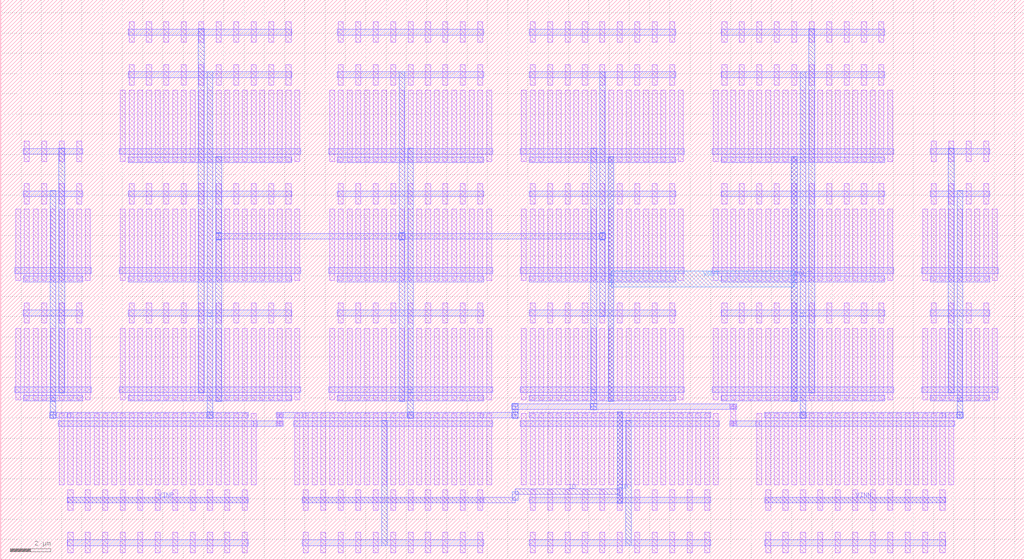
<source format=lef>
MACRO CURRENT_MIRROR_OTA
  ORIGIN 0 0 ;
  FOREIGN CURRENT_MIRROR_OTA 0 0 ;
  SIZE 50.47 BY 27.64 ;
  PIN ID
    DIRECTION INOUT ;
    USE SIGNAL ;
    PORT 
      LAYER M2 ;
        RECT 14.88 2.8 23.82 3.08 ;
      LAYER M3 ;
        RECT 30.39 2.78 30.67 7.3 ;
      LAYER M2 ;
        RECT 23.65 2.8 25.37 3.08 ;
      LAYER M3 ;
        RECT 25.23 2.94 25.51 3.36 ;
      LAYER M2 ;
        RECT 25.37 3.22 30.53 3.5 ;
      LAYER M3 ;
        RECT 30.39 3.175 30.67 3.545 ;
    END
  END ID
  PIN VOUT
    DIRECTION INOUT ;
    USE SIGNAL ;
    PORT 
      LAYER M3 ;
        RECT 29.96 7.82 30.24 19.9 ;
      LAYER M3 ;
        RECT 38.99 7.82 39.27 19.9 ;
      LAYER M3 ;
        RECT 29.96 13.675 30.24 14.045 ;
      LAYER M4 ;
        RECT 30.1 13.46 39.13 14.26 ;
      LAYER M3 ;
        RECT 38.99 13.675 39.27 14.045 ;
    END
  END VOUT
  PIN VINN
    DIRECTION INOUT ;
    USE SIGNAL ;
    PORT 
      LAYER M2 ;
        RECT 37.67 2.8 46.61 3.08 ;
    END
  END VINN
  PIN VINP
    DIRECTION INOUT ;
    USE SIGNAL ;
    PORT 
      LAYER M2 ;
        RECT 3.27 2.8 12.21 3.08 ;
    END
  END VINP
  OBS 
  LAYER M2 ;
        RECT 37.67 7 46.61 7.28 ;
  LAYER M3 ;
        RECT 47.16 7.82 47.44 18.22 ;
  LAYER M3 ;
        RECT 39.42 12.02 39.7 24.1 ;
  LAYER M2 ;
        RECT 46.44 7 47.3 7.28 ;
  LAYER M3 ;
        RECT 47.16 7.14 47.44 7.98 ;
  LAYER M2 ;
        RECT 39.4 7 39.72 7.28 ;
  LAYER M3 ;
        RECT 39.42 7.14 39.7 12.18 ;
  LAYER M2 ;
        RECT 47.14 7 47.46 7.28 ;
  LAYER M3 ;
        RECT 47.16 6.98 47.44 7.3 ;
  LAYER M2 ;
        RECT 47.14 7 47.46 7.28 ;
  LAYER M3 ;
        RECT 47.16 6.98 47.44 7.3 ;
  LAYER M2 ;
        RECT 39.4 7 39.72 7.28 ;
  LAYER M3 ;
        RECT 39.42 6.98 39.7 7.3 ;
  LAYER M2 ;
        RECT 47.14 7 47.46 7.28 ;
  LAYER M3 ;
        RECT 47.16 6.98 47.44 7.3 ;
  LAYER M2 ;
        RECT 39.4 7 39.72 7.28 ;
  LAYER M3 ;
        RECT 39.42 6.98 39.7 7.3 ;
  LAYER M2 ;
        RECT 47.14 7 47.46 7.28 ;
  LAYER M3 ;
        RECT 47.16 6.98 47.44 7.3 ;
  LAYER M2 ;
        RECT 3.27 7 12.21 7.28 ;
  LAYER M3 ;
        RECT 2.44 7.82 2.72 18.22 ;
  LAYER M3 ;
        RECT 10.18 12.02 10.46 24.1 ;
  LAYER M2 ;
        RECT 2.58 7 3.44 7.28 ;
  LAYER M3 ;
        RECT 2.44 7.14 2.72 7.98 ;
  LAYER M2 ;
        RECT 10.16 7 10.48 7.28 ;
  LAYER M3 ;
        RECT 10.18 7.14 10.46 12.18 ;
  LAYER M2 ;
        RECT 2.42 7 2.74 7.28 ;
  LAYER M3 ;
        RECT 2.44 6.98 2.72 7.3 ;
  LAYER M2 ;
        RECT 2.42 7 2.74 7.28 ;
  LAYER M3 ;
        RECT 2.44 6.98 2.72 7.3 ;
  LAYER M2 ;
        RECT 2.42 7 2.74 7.28 ;
  LAYER M3 ;
        RECT 2.44 6.98 2.72 7.3 ;
  LAYER M2 ;
        RECT 10.16 7 10.48 7.28 ;
  LAYER M3 ;
        RECT 10.18 6.98 10.46 7.3 ;
  LAYER M2 ;
        RECT 2.42 7 2.74 7.28 ;
  LAYER M3 ;
        RECT 2.44 6.98 2.72 7.3 ;
  LAYER M2 ;
        RECT 10.16 7 10.48 7.28 ;
  LAYER M3 ;
        RECT 10.18 6.98 10.46 7.3 ;
  LAYER M2 ;
        RECT 2.84 6.58 12.64 6.86 ;
  LAYER M2 ;
        RECT 14.88 7 23.82 7.28 ;
  LAYER M3 ;
        RECT 20.07 8.24 20.35 20.32 ;
  LAYER M3 ;
        RECT 29.1 8.24 29.38 20.32 ;
  LAYER M2 ;
        RECT 37.24 6.58 47.04 6.86 ;
  LAYER M2 ;
        RECT 12.47 6.58 13.76 6.86 ;
  LAYER M1 ;
        RECT 13.635 6.72 13.885 7.14 ;
  LAYER M2 ;
        RECT 13.76 7 15.05 7.28 ;
  LAYER M2 ;
        RECT 20.05 7 20.37 7.28 ;
  LAYER M3 ;
        RECT 20.07 7.14 20.35 8.4 ;
  LAYER M2 ;
        RECT 23.65 7 25.37 7.28 ;
  LAYER M3 ;
        RECT 25.23 7.14 25.51 7.56 ;
  LAYER M2 ;
        RECT 25.37 7.42 29.24 7.7 ;
  LAYER M3 ;
        RECT 29.1 7.56 29.38 8.4 ;
  LAYER M2 ;
        RECT 29.24 7.42 36.12 7.7 ;
  LAYER M1 ;
        RECT 35.995 6.72 36.245 7.56 ;
  LAYER M2 ;
        RECT 36.12 6.58 37.41 6.86 ;
  LAYER M1 ;
        RECT 13.635 6.635 13.885 6.805 ;
  LAYER M2 ;
        RECT 13.59 6.58 13.93 6.86 ;
  LAYER M1 ;
        RECT 13.635 7.055 13.885 7.225 ;
  LAYER M2 ;
        RECT 13.59 7 13.93 7.28 ;
  LAYER M1 ;
        RECT 13.635 6.635 13.885 6.805 ;
  LAYER M2 ;
        RECT 13.59 6.58 13.93 6.86 ;
  LAYER M1 ;
        RECT 13.635 7.055 13.885 7.225 ;
  LAYER M2 ;
        RECT 13.59 7 13.93 7.28 ;
  LAYER M1 ;
        RECT 13.635 6.635 13.885 6.805 ;
  LAYER M2 ;
        RECT 13.59 6.58 13.93 6.86 ;
  LAYER M1 ;
        RECT 13.635 7.055 13.885 7.225 ;
  LAYER M2 ;
        RECT 13.59 7 13.93 7.28 ;
  LAYER M2 ;
        RECT 20.05 7 20.37 7.28 ;
  LAYER M3 ;
        RECT 20.07 6.98 20.35 7.3 ;
  LAYER M1 ;
        RECT 13.635 6.635 13.885 6.805 ;
  LAYER M2 ;
        RECT 13.59 6.58 13.93 6.86 ;
  LAYER M1 ;
        RECT 13.635 7.055 13.885 7.225 ;
  LAYER M2 ;
        RECT 13.59 7 13.93 7.28 ;
  LAYER M2 ;
        RECT 20.05 7 20.37 7.28 ;
  LAYER M3 ;
        RECT 20.07 6.98 20.35 7.3 ;
  LAYER M1 ;
        RECT 13.635 6.635 13.885 6.805 ;
  LAYER M2 ;
        RECT 13.59 6.58 13.93 6.86 ;
  LAYER M1 ;
        RECT 13.635 7.055 13.885 7.225 ;
  LAYER M2 ;
        RECT 13.59 7 13.93 7.28 ;
  LAYER M2 ;
        RECT 20.05 7 20.37 7.28 ;
  LAYER M3 ;
        RECT 20.07 6.98 20.35 7.3 ;
  LAYER M2 ;
        RECT 25.21 7 25.53 7.28 ;
  LAYER M3 ;
        RECT 25.23 6.98 25.51 7.3 ;
  LAYER M2 ;
        RECT 25.21 7.42 25.53 7.7 ;
  LAYER M3 ;
        RECT 25.23 7.4 25.51 7.72 ;
  LAYER M2 ;
        RECT 29.08 7.42 29.4 7.7 ;
  LAYER M3 ;
        RECT 29.1 7.4 29.38 7.72 ;
  LAYER M1 ;
        RECT 13.635 6.635 13.885 6.805 ;
  LAYER M2 ;
        RECT 13.59 6.58 13.93 6.86 ;
  LAYER M1 ;
        RECT 13.635 7.055 13.885 7.225 ;
  LAYER M2 ;
        RECT 13.59 7 13.93 7.28 ;
  LAYER M2 ;
        RECT 20.05 7 20.37 7.28 ;
  LAYER M3 ;
        RECT 20.07 6.98 20.35 7.3 ;
  LAYER M2 ;
        RECT 25.21 7 25.53 7.28 ;
  LAYER M3 ;
        RECT 25.23 6.98 25.51 7.3 ;
  LAYER M2 ;
        RECT 25.21 7.42 25.53 7.7 ;
  LAYER M3 ;
        RECT 25.23 7.4 25.51 7.72 ;
  LAYER M2 ;
        RECT 29.08 7.42 29.4 7.7 ;
  LAYER M3 ;
        RECT 29.1 7.4 29.38 7.72 ;
  LAYER M1 ;
        RECT 13.635 6.635 13.885 6.805 ;
  LAYER M2 ;
        RECT 13.59 6.58 13.93 6.86 ;
  LAYER M1 ;
        RECT 13.635 7.055 13.885 7.225 ;
  LAYER M2 ;
        RECT 13.59 7 13.93 7.28 ;
  LAYER M1 ;
        RECT 35.995 6.635 36.245 6.805 ;
  LAYER M2 ;
        RECT 35.95 6.58 36.29 6.86 ;
  LAYER M1 ;
        RECT 35.995 7.475 36.245 7.645 ;
  LAYER M2 ;
        RECT 35.95 7.42 36.29 7.7 ;
  LAYER M2 ;
        RECT 20.05 7 20.37 7.28 ;
  LAYER M3 ;
        RECT 20.07 6.98 20.35 7.3 ;
  LAYER M2 ;
        RECT 25.21 7 25.53 7.28 ;
  LAYER M3 ;
        RECT 25.23 6.98 25.51 7.3 ;
  LAYER M2 ;
        RECT 25.21 7.42 25.53 7.7 ;
  LAYER M3 ;
        RECT 25.23 7.4 25.51 7.72 ;
  LAYER M2 ;
        RECT 29.08 7.42 29.4 7.7 ;
  LAYER M3 ;
        RECT 29.1 7.4 29.38 7.72 ;
  LAYER M1 ;
        RECT 13.635 6.635 13.885 6.805 ;
  LAYER M2 ;
        RECT 13.59 6.58 13.93 6.86 ;
  LAYER M1 ;
        RECT 13.635 7.055 13.885 7.225 ;
  LAYER M2 ;
        RECT 13.59 7 13.93 7.28 ;
  LAYER M1 ;
        RECT 35.995 6.635 36.245 6.805 ;
  LAYER M2 ;
        RECT 35.95 6.58 36.29 6.86 ;
  LAYER M1 ;
        RECT 35.995 7.475 36.245 7.645 ;
  LAYER M2 ;
        RECT 35.95 7.42 36.29 7.7 ;
  LAYER M2 ;
        RECT 20.05 7 20.37 7.28 ;
  LAYER M3 ;
        RECT 20.07 6.98 20.35 7.3 ;
  LAYER M2 ;
        RECT 25.21 7 25.53 7.28 ;
  LAYER M3 ;
        RECT 25.23 6.98 25.51 7.3 ;
  LAYER M2 ;
        RECT 25.21 7.42 25.53 7.7 ;
  LAYER M3 ;
        RECT 25.23 7.4 25.51 7.72 ;
  LAYER M2 ;
        RECT 29.08 7.42 29.4 7.7 ;
  LAYER M3 ;
        RECT 29.1 7.4 29.38 7.72 ;
  LAYER M3 ;
        RECT 10.61 7.82 10.89 19.9 ;
  LAYER M3 ;
        RECT 19.64 7.82 19.92 24.1 ;
  LAYER M3 ;
        RECT 29.53 12.02 29.81 24.1 ;
  LAYER M3 ;
        RECT 10.61 15.775 10.89 16.145 ;
  LAYER M2 ;
        RECT 10.75 15.82 19.78 16.1 ;
  LAYER M3 ;
        RECT 19.64 15.775 19.92 16.145 ;
  LAYER M2 ;
        RECT 19.78 15.82 29.67 16.1 ;
  LAYER M3 ;
        RECT 29.53 15.775 29.81 16.145 ;
  LAYER M2 ;
        RECT 10.59 15.82 10.91 16.1 ;
  LAYER M3 ;
        RECT 10.61 15.8 10.89 16.12 ;
  LAYER M2 ;
        RECT 19.62 15.82 19.94 16.1 ;
  LAYER M3 ;
        RECT 19.64 15.8 19.92 16.12 ;
  LAYER M2 ;
        RECT 10.59 15.82 10.91 16.1 ;
  LAYER M3 ;
        RECT 10.61 15.8 10.89 16.12 ;
  LAYER M2 ;
        RECT 19.62 15.82 19.94 16.1 ;
  LAYER M3 ;
        RECT 19.64 15.8 19.92 16.12 ;
  LAYER M2 ;
        RECT 10.59 15.82 10.91 16.1 ;
  LAYER M3 ;
        RECT 10.61 15.8 10.89 16.12 ;
  LAYER M2 ;
        RECT 19.62 15.82 19.94 16.1 ;
  LAYER M3 ;
        RECT 19.64 15.8 19.92 16.12 ;
  LAYER M2 ;
        RECT 29.51 15.82 29.83 16.1 ;
  LAYER M3 ;
        RECT 29.53 15.8 29.81 16.12 ;
  LAYER M2 ;
        RECT 10.59 15.82 10.91 16.1 ;
  LAYER M3 ;
        RECT 10.61 15.8 10.89 16.12 ;
  LAYER M2 ;
        RECT 19.62 15.82 19.94 16.1 ;
  LAYER M3 ;
        RECT 19.64 15.8 19.92 16.12 ;
  LAYER M2 ;
        RECT 29.51 15.82 29.83 16.1 ;
  LAYER M3 ;
        RECT 29.53 15.8 29.81 16.12 ;
  LAYER M1 ;
        RECT 26.105 3.695 26.355 7.225 ;
  LAYER M1 ;
        RECT 26.105 2.435 26.355 3.445 ;
  LAYER M1 ;
        RECT 26.105 0.335 26.355 1.345 ;
  LAYER M1 ;
        RECT 25.675 3.695 25.925 7.225 ;
  LAYER M1 ;
        RECT 26.535 3.695 26.785 7.225 ;
  LAYER M1 ;
        RECT 26.965 3.695 27.215 7.225 ;
  LAYER M1 ;
        RECT 26.965 2.435 27.215 3.445 ;
  LAYER M1 ;
        RECT 26.965 0.335 27.215 1.345 ;
  LAYER M1 ;
        RECT 27.395 3.695 27.645 7.225 ;
  LAYER M1 ;
        RECT 27.825 3.695 28.075 7.225 ;
  LAYER M1 ;
        RECT 27.825 2.435 28.075 3.445 ;
  LAYER M1 ;
        RECT 27.825 0.335 28.075 1.345 ;
  LAYER M1 ;
        RECT 28.255 3.695 28.505 7.225 ;
  LAYER M1 ;
        RECT 28.685 3.695 28.935 7.225 ;
  LAYER M1 ;
        RECT 28.685 2.435 28.935 3.445 ;
  LAYER M1 ;
        RECT 28.685 0.335 28.935 1.345 ;
  LAYER M1 ;
        RECT 29.115 3.695 29.365 7.225 ;
  LAYER M1 ;
        RECT 29.545 3.695 29.795 7.225 ;
  LAYER M1 ;
        RECT 29.545 2.435 29.795 3.445 ;
  LAYER M1 ;
        RECT 29.545 0.335 29.795 1.345 ;
  LAYER M1 ;
        RECT 29.975 3.695 30.225 7.225 ;
  LAYER M1 ;
        RECT 30.405 3.695 30.655 7.225 ;
  LAYER M1 ;
        RECT 30.405 2.435 30.655 3.445 ;
  LAYER M1 ;
        RECT 30.405 0.335 30.655 1.345 ;
  LAYER M1 ;
        RECT 30.835 3.695 31.085 7.225 ;
  LAYER M1 ;
        RECT 31.265 3.695 31.515 7.225 ;
  LAYER M1 ;
        RECT 31.265 2.435 31.515 3.445 ;
  LAYER M1 ;
        RECT 31.265 0.335 31.515 1.345 ;
  LAYER M1 ;
        RECT 31.695 3.695 31.945 7.225 ;
  LAYER M1 ;
        RECT 32.125 3.695 32.375 7.225 ;
  LAYER M1 ;
        RECT 32.125 2.435 32.375 3.445 ;
  LAYER M1 ;
        RECT 32.125 0.335 32.375 1.345 ;
  LAYER M1 ;
        RECT 32.555 3.695 32.805 7.225 ;
  LAYER M1 ;
        RECT 32.985 3.695 33.235 7.225 ;
  LAYER M1 ;
        RECT 32.985 2.435 33.235 3.445 ;
  LAYER M1 ;
        RECT 32.985 0.335 33.235 1.345 ;
  LAYER M1 ;
        RECT 33.415 3.695 33.665 7.225 ;
  LAYER M1 ;
        RECT 33.845 3.695 34.095 7.225 ;
  LAYER M1 ;
        RECT 33.845 2.435 34.095 3.445 ;
  LAYER M1 ;
        RECT 33.845 0.335 34.095 1.345 ;
  LAYER M1 ;
        RECT 34.275 3.695 34.525 7.225 ;
  LAYER M1 ;
        RECT 34.705 3.695 34.955 7.225 ;
  LAYER M1 ;
        RECT 34.705 2.435 34.955 3.445 ;
  LAYER M1 ;
        RECT 34.705 0.335 34.955 1.345 ;
  LAYER M1 ;
        RECT 35.135 3.695 35.385 7.225 ;
  LAYER M2 ;
        RECT 26.06 2.8 35 3.08 ;
  LAYER M2 ;
        RECT 26.06 7 35 7.28 ;
  LAYER M2 ;
        RECT 25.63 6.58 35.43 6.86 ;
  LAYER M2 ;
        RECT 26.06 0.7 35 0.98 ;
  LAYER M3 ;
        RECT 30.39 2.78 30.67 7.3 ;
  LAYER M3 ;
        RECT 30.82 0.68 31.1 6.88 ;
  LAYER M1 ;
        RECT 48.465 7.895 48.715 11.425 ;
  LAYER M1 ;
        RECT 48.465 11.675 48.715 12.685 ;
  LAYER M1 ;
        RECT 48.465 13.775 48.715 17.305 ;
  LAYER M1 ;
        RECT 48.465 17.555 48.715 18.565 ;
  LAYER M1 ;
        RECT 48.465 19.655 48.715 20.665 ;
  LAYER M1 ;
        RECT 48.895 7.895 49.145 11.425 ;
  LAYER M1 ;
        RECT 48.895 13.775 49.145 17.305 ;
  LAYER M1 ;
        RECT 48.035 7.895 48.285 11.425 ;
  LAYER M1 ;
        RECT 48.035 13.775 48.285 17.305 ;
  LAYER M1 ;
        RECT 47.605 7.895 47.855 11.425 ;
  LAYER M1 ;
        RECT 47.605 11.675 47.855 12.685 ;
  LAYER M1 ;
        RECT 47.605 13.775 47.855 17.305 ;
  LAYER M1 ;
        RECT 47.605 17.555 47.855 18.565 ;
  LAYER M1 ;
        RECT 47.605 19.655 47.855 20.665 ;
  LAYER M1 ;
        RECT 47.175 7.895 47.425 11.425 ;
  LAYER M1 ;
        RECT 47.175 13.775 47.425 17.305 ;
  LAYER M1 ;
        RECT 46.745 7.895 46.995 11.425 ;
  LAYER M1 ;
        RECT 46.745 11.675 46.995 12.685 ;
  LAYER M1 ;
        RECT 46.745 13.775 46.995 17.305 ;
  LAYER M1 ;
        RECT 46.745 17.555 46.995 18.565 ;
  LAYER M1 ;
        RECT 46.745 19.655 46.995 20.665 ;
  LAYER M1 ;
        RECT 46.315 7.895 46.565 11.425 ;
  LAYER M1 ;
        RECT 46.315 13.775 46.565 17.305 ;
  LAYER M1 ;
        RECT 45.885 7.895 46.135 11.425 ;
  LAYER M1 ;
        RECT 45.885 11.675 46.135 12.685 ;
  LAYER M1 ;
        RECT 45.885 13.775 46.135 17.305 ;
  LAYER M1 ;
        RECT 45.885 17.555 46.135 18.565 ;
  LAYER M1 ;
        RECT 45.885 19.655 46.135 20.665 ;
  LAYER M1 ;
        RECT 45.455 7.895 45.705 11.425 ;
  LAYER M1 ;
        RECT 45.455 13.775 45.705 17.305 ;
  LAYER M2 ;
        RECT 45.84 12.04 48.76 12.32 ;
  LAYER M2 ;
        RECT 45.84 7.84 48.76 8.12 ;
  LAYER M2 ;
        RECT 45.41 8.26 49.19 8.54 ;
  LAYER M2 ;
        RECT 45.84 17.92 48.76 18.2 ;
  LAYER M2 ;
        RECT 45.84 13.72 48.76 14 ;
  LAYER M2 ;
        RECT 45.41 14.14 49.19 14.42 ;
  LAYER M2 ;
        RECT 45.84 20.02 48.76 20.3 ;
  LAYER M3 ;
        RECT 47.16 7.82 47.44 18.22 ;
  LAYER M3 ;
        RECT 46.73 8.24 47.01 20.32 ;
  LAYER M1 ;
        RECT 1.165 7.895 1.415 11.425 ;
  LAYER M1 ;
        RECT 1.165 11.675 1.415 12.685 ;
  LAYER M1 ;
        RECT 1.165 13.775 1.415 17.305 ;
  LAYER M1 ;
        RECT 1.165 17.555 1.415 18.565 ;
  LAYER M1 ;
        RECT 1.165 19.655 1.415 20.665 ;
  LAYER M1 ;
        RECT 0.735 7.895 0.985 11.425 ;
  LAYER M1 ;
        RECT 0.735 13.775 0.985 17.305 ;
  LAYER M1 ;
        RECT 1.595 7.895 1.845 11.425 ;
  LAYER M1 ;
        RECT 1.595 13.775 1.845 17.305 ;
  LAYER M1 ;
        RECT 2.025 7.895 2.275 11.425 ;
  LAYER M1 ;
        RECT 2.025 11.675 2.275 12.685 ;
  LAYER M1 ;
        RECT 2.025 13.775 2.275 17.305 ;
  LAYER M1 ;
        RECT 2.025 17.555 2.275 18.565 ;
  LAYER M1 ;
        RECT 2.025 19.655 2.275 20.665 ;
  LAYER M1 ;
        RECT 2.455 7.895 2.705 11.425 ;
  LAYER M1 ;
        RECT 2.455 13.775 2.705 17.305 ;
  LAYER M1 ;
        RECT 2.885 7.895 3.135 11.425 ;
  LAYER M1 ;
        RECT 2.885 11.675 3.135 12.685 ;
  LAYER M1 ;
        RECT 2.885 13.775 3.135 17.305 ;
  LAYER M1 ;
        RECT 2.885 17.555 3.135 18.565 ;
  LAYER M1 ;
        RECT 2.885 19.655 3.135 20.665 ;
  LAYER M1 ;
        RECT 3.315 7.895 3.565 11.425 ;
  LAYER M1 ;
        RECT 3.315 13.775 3.565 17.305 ;
  LAYER M1 ;
        RECT 3.745 7.895 3.995 11.425 ;
  LAYER M1 ;
        RECT 3.745 11.675 3.995 12.685 ;
  LAYER M1 ;
        RECT 3.745 13.775 3.995 17.305 ;
  LAYER M1 ;
        RECT 3.745 17.555 3.995 18.565 ;
  LAYER M1 ;
        RECT 3.745 19.655 3.995 20.665 ;
  LAYER M1 ;
        RECT 4.175 7.895 4.425 11.425 ;
  LAYER M1 ;
        RECT 4.175 13.775 4.425 17.305 ;
  LAYER M2 ;
        RECT 1.12 12.04 4.04 12.32 ;
  LAYER M2 ;
        RECT 1.12 7.84 4.04 8.12 ;
  LAYER M2 ;
        RECT 0.69 8.26 4.47 8.54 ;
  LAYER M2 ;
        RECT 1.12 17.92 4.04 18.2 ;
  LAYER M2 ;
        RECT 1.12 13.72 4.04 14 ;
  LAYER M2 ;
        RECT 0.69 14.14 4.47 14.42 ;
  LAYER M2 ;
        RECT 1.12 20.02 4.04 20.3 ;
  LAYER M3 ;
        RECT 2.44 7.82 2.72 18.22 ;
  LAYER M3 ;
        RECT 2.87 8.24 3.15 20.32 ;
  LAYER M1 ;
        RECT 23.525 3.695 23.775 7.225 ;
  LAYER M1 ;
        RECT 23.525 2.435 23.775 3.445 ;
  LAYER M1 ;
        RECT 23.525 0.335 23.775 1.345 ;
  LAYER M1 ;
        RECT 23.955 3.695 24.205 7.225 ;
  LAYER M1 ;
        RECT 23.095 3.695 23.345 7.225 ;
  LAYER M1 ;
        RECT 22.665 3.695 22.915 7.225 ;
  LAYER M1 ;
        RECT 22.665 2.435 22.915 3.445 ;
  LAYER M1 ;
        RECT 22.665 0.335 22.915 1.345 ;
  LAYER M1 ;
        RECT 22.235 3.695 22.485 7.225 ;
  LAYER M1 ;
        RECT 21.805 3.695 22.055 7.225 ;
  LAYER M1 ;
        RECT 21.805 2.435 22.055 3.445 ;
  LAYER M1 ;
        RECT 21.805 0.335 22.055 1.345 ;
  LAYER M1 ;
        RECT 21.375 3.695 21.625 7.225 ;
  LAYER M1 ;
        RECT 20.945 3.695 21.195 7.225 ;
  LAYER M1 ;
        RECT 20.945 2.435 21.195 3.445 ;
  LAYER M1 ;
        RECT 20.945 0.335 21.195 1.345 ;
  LAYER M1 ;
        RECT 20.515 3.695 20.765 7.225 ;
  LAYER M1 ;
        RECT 20.085 3.695 20.335 7.225 ;
  LAYER M1 ;
        RECT 20.085 2.435 20.335 3.445 ;
  LAYER M1 ;
        RECT 20.085 0.335 20.335 1.345 ;
  LAYER M1 ;
        RECT 19.655 3.695 19.905 7.225 ;
  LAYER M1 ;
        RECT 19.225 3.695 19.475 7.225 ;
  LAYER M1 ;
        RECT 19.225 2.435 19.475 3.445 ;
  LAYER M1 ;
        RECT 19.225 0.335 19.475 1.345 ;
  LAYER M1 ;
        RECT 18.795 3.695 19.045 7.225 ;
  LAYER M1 ;
        RECT 18.365 3.695 18.615 7.225 ;
  LAYER M1 ;
        RECT 18.365 2.435 18.615 3.445 ;
  LAYER M1 ;
        RECT 18.365 0.335 18.615 1.345 ;
  LAYER M1 ;
        RECT 17.935 3.695 18.185 7.225 ;
  LAYER M1 ;
        RECT 17.505 3.695 17.755 7.225 ;
  LAYER M1 ;
        RECT 17.505 2.435 17.755 3.445 ;
  LAYER M1 ;
        RECT 17.505 0.335 17.755 1.345 ;
  LAYER M1 ;
        RECT 17.075 3.695 17.325 7.225 ;
  LAYER M1 ;
        RECT 16.645 3.695 16.895 7.225 ;
  LAYER M1 ;
        RECT 16.645 2.435 16.895 3.445 ;
  LAYER M1 ;
        RECT 16.645 0.335 16.895 1.345 ;
  LAYER M1 ;
        RECT 16.215 3.695 16.465 7.225 ;
  LAYER M1 ;
        RECT 15.785 3.695 16.035 7.225 ;
  LAYER M1 ;
        RECT 15.785 2.435 16.035 3.445 ;
  LAYER M1 ;
        RECT 15.785 0.335 16.035 1.345 ;
  LAYER M1 ;
        RECT 15.355 3.695 15.605 7.225 ;
  LAYER M1 ;
        RECT 14.925 3.695 15.175 7.225 ;
  LAYER M1 ;
        RECT 14.925 2.435 15.175 3.445 ;
  LAYER M1 ;
        RECT 14.925 0.335 15.175 1.345 ;
  LAYER M1 ;
        RECT 14.495 3.695 14.745 7.225 ;
  LAYER M2 ;
        RECT 14.45 6.58 24.25 6.86 ;
  LAYER M2 ;
        RECT 14.88 0.7 23.82 0.98 ;
  LAYER M2 ;
        RECT 14.88 7 23.82 7.28 ;
  LAYER M2 ;
        RECT 14.88 2.8 23.82 3.08 ;
  LAYER M3 ;
        RECT 18.78 0.68 19.06 6.88 ;
  LAYER M1 ;
        RECT 14.065 7.895 14.315 11.425 ;
  LAYER M1 ;
        RECT 14.065 11.675 14.315 12.685 ;
  LAYER M1 ;
        RECT 14.065 13.775 14.315 17.305 ;
  LAYER M1 ;
        RECT 14.065 17.555 14.315 18.565 ;
  LAYER M1 ;
        RECT 14.065 19.655 14.315 23.185 ;
  LAYER M1 ;
        RECT 14.065 23.435 14.315 24.445 ;
  LAYER M1 ;
        RECT 14.065 25.535 14.315 26.545 ;
  LAYER M1 ;
        RECT 14.495 7.895 14.745 11.425 ;
  LAYER M1 ;
        RECT 14.495 13.775 14.745 17.305 ;
  LAYER M1 ;
        RECT 14.495 19.655 14.745 23.185 ;
  LAYER M1 ;
        RECT 13.635 7.895 13.885 11.425 ;
  LAYER M1 ;
        RECT 13.635 13.775 13.885 17.305 ;
  LAYER M1 ;
        RECT 13.635 19.655 13.885 23.185 ;
  LAYER M1 ;
        RECT 13.205 7.895 13.455 11.425 ;
  LAYER M1 ;
        RECT 13.205 11.675 13.455 12.685 ;
  LAYER M1 ;
        RECT 13.205 13.775 13.455 17.305 ;
  LAYER M1 ;
        RECT 13.205 17.555 13.455 18.565 ;
  LAYER M1 ;
        RECT 13.205 19.655 13.455 23.185 ;
  LAYER M1 ;
        RECT 13.205 23.435 13.455 24.445 ;
  LAYER M1 ;
        RECT 13.205 25.535 13.455 26.545 ;
  LAYER M1 ;
        RECT 12.775 7.895 13.025 11.425 ;
  LAYER M1 ;
        RECT 12.775 13.775 13.025 17.305 ;
  LAYER M1 ;
        RECT 12.775 19.655 13.025 23.185 ;
  LAYER M1 ;
        RECT 12.345 7.895 12.595 11.425 ;
  LAYER M1 ;
        RECT 12.345 11.675 12.595 12.685 ;
  LAYER M1 ;
        RECT 12.345 13.775 12.595 17.305 ;
  LAYER M1 ;
        RECT 12.345 17.555 12.595 18.565 ;
  LAYER M1 ;
        RECT 12.345 19.655 12.595 23.185 ;
  LAYER M1 ;
        RECT 12.345 23.435 12.595 24.445 ;
  LAYER M1 ;
        RECT 12.345 25.535 12.595 26.545 ;
  LAYER M1 ;
        RECT 11.915 7.895 12.165 11.425 ;
  LAYER M1 ;
        RECT 11.915 13.775 12.165 17.305 ;
  LAYER M1 ;
        RECT 11.915 19.655 12.165 23.185 ;
  LAYER M1 ;
        RECT 11.485 7.895 11.735 11.425 ;
  LAYER M1 ;
        RECT 11.485 11.675 11.735 12.685 ;
  LAYER M1 ;
        RECT 11.485 13.775 11.735 17.305 ;
  LAYER M1 ;
        RECT 11.485 17.555 11.735 18.565 ;
  LAYER M1 ;
        RECT 11.485 19.655 11.735 23.185 ;
  LAYER M1 ;
        RECT 11.485 23.435 11.735 24.445 ;
  LAYER M1 ;
        RECT 11.485 25.535 11.735 26.545 ;
  LAYER M1 ;
        RECT 11.055 7.895 11.305 11.425 ;
  LAYER M1 ;
        RECT 11.055 13.775 11.305 17.305 ;
  LAYER M1 ;
        RECT 11.055 19.655 11.305 23.185 ;
  LAYER M1 ;
        RECT 10.625 7.895 10.875 11.425 ;
  LAYER M1 ;
        RECT 10.625 11.675 10.875 12.685 ;
  LAYER M1 ;
        RECT 10.625 13.775 10.875 17.305 ;
  LAYER M1 ;
        RECT 10.625 17.555 10.875 18.565 ;
  LAYER M1 ;
        RECT 10.625 19.655 10.875 23.185 ;
  LAYER M1 ;
        RECT 10.625 23.435 10.875 24.445 ;
  LAYER M1 ;
        RECT 10.625 25.535 10.875 26.545 ;
  LAYER M1 ;
        RECT 10.195 7.895 10.445 11.425 ;
  LAYER M1 ;
        RECT 10.195 13.775 10.445 17.305 ;
  LAYER M1 ;
        RECT 10.195 19.655 10.445 23.185 ;
  LAYER M1 ;
        RECT 9.765 7.895 10.015 11.425 ;
  LAYER M1 ;
        RECT 9.765 11.675 10.015 12.685 ;
  LAYER M1 ;
        RECT 9.765 13.775 10.015 17.305 ;
  LAYER M1 ;
        RECT 9.765 17.555 10.015 18.565 ;
  LAYER M1 ;
        RECT 9.765 19.655 10.015 23.185 ;
  LAYER M1 ;
        RECT 9.765 23.435 10.015 24.445 ;
  LAYER M1 ;
        RECT 9.765 25.535 10.015 26.545 ;
  LAYER M1 ;
        RECT 9.335 7.895 9.585 11.425 ;
  LAYER M1 ;
        RECT 9.335 13.775 9.585 17.305 ;
  LAYER M1 ;
        RECT 9.335 19.655 9.585 23.185 ;
  LAYER M1 ;
        RECT 8.905 7.895 9.155 11.425 ;
  LAYER M1 ;
        RECT 8.905 11.675 9.155 12.685 ;
  LAYER M1 ;
        RECT 8.905 13.775 9.155 17.305 ;
  LAYER M1 ;
        RECT 8.905 17.555 9.155 18.565 ;
  LAYER M1 ;
        RECT 8.905 19.655 9.155 23.185 ;
  LAYER M1 ;
        RECT 8.905 23.435 9.155 24.445 ;
  LAYER M1 ;
        RECT 8.905 25.535 9.155 26.545 ;
  LAYER M1 ;
        RECT 8.475 7.895 8.725 11.425 ;
  LAYER M1 ;
        RECT 8.475 13.775 8.725 17.305 ;
  LAYER M1 ;
        RECT 8.475 19.655 8.725 23.185 ;
  LAYER M1 ;
        RECT 8.045 7.895 8.295 11.425 ;
  LAYER M1 ;
        RECT 8.045 11.675 8.295 12.685 ;
  LAYER M1 ;
        RECT 8.045 13.775 8.295 17.305 ;
  LAYER M1 ;
        RECT 8.045 17.555 8.295 18.565 ;
  LAYER M1 ;
        RECT 8.045 19.655 8.295 23.185 ;
  LAYER M1 ;
        RECT 8.045 23.435 8.295 24.445 ;
  LAYER M1 ;
        RECT 8.045 25.535 8.295 26.545 ;
  LAYER M1 ;
        RECT 7.615 7.895 7.865 11.425 ;
  LAYER M1 ;
        RECT 7.615 13.775 7.865 17.305 ;
  LAYER M1 ;
        RECT 7.615 19.655 7.865 23.185 ;
  LAYER M1 ;
        RECT 7.185 7.895 7.435 11.425 ;
  LAYER M1 ;
        RECT 7.185 11.675 7.435 12.685 ;
  LAYER M1 ;
        RECT 7.185 13.775 7.435 17.305 ;
  LAYER M1 ;
        RECT 7.185 17.555 7.435 18.565 ;
  LAYER M1 ;
        RECT 7.185 19.655 7.435 23.185 ;
  LAYER M1 ;
        RECT 7.185 23.435 7.435 24.445 ;
  LAYER M1 ;
        RECT 7.185 25.535 7.435 26.545 ;
  LAYER M1 ;
        RECT 6.755 7.895 7.005 11.425 ;
  LAYER M1 ;
        RECT 6.755 13.775 7.005 17.305 ;
  LAYER M1 ;
        RECT 6.755 19.655 7.005 23.185 ;
  LAYER M1 ;
        RECT 6.325 7.895 6.575 11.425 ;
  LAYER M1 ;
        RECT 6.325 11.675 6.575 12.685 ;
  LAYER M1 ;
        RECT 6.325 13.775 6.575 17.305 ;
  LAYER M1 ;
        RECT 6.325 17.555 6.575 18.565 ;
  LAYER M1 ;
        RECT 6.325 19.655 6.575 23.185 ;
  LAYER M1 ;
        RECT 6.325 23.435 6.575 24.445 ;
  LAYER M1 ;
        RECT 6.325 25.535 6.575 26.545 ;
  LAYER M1 ;
        RECT 5.895 7.895 6.145 11.425 ;
  LAYER M1 ;
        RECT 5.895 13.775 6.145 17.305 ;
  LAYER M1 ;
        RECT 5.895 19.655 6.145 23.185 ;
  LAYER M2 ;
        RECT 6.28 7.84 14.36 8.12 ;
  LAYER M2 ;
        RECT 6.28 12.04 14.36 12.32 ;
  LAYER M2 ;
        RECT 5.85 8.26 14.79 8.54 ;
  LAYER M2 ;
        RECT 6.28 13.72 14.36 14 ;
  LAYER M2 ;
        RECT 6.28 17.92 14.36 18.2 ;
  LAYER M2 ;
        RECT 5.85 14.14 14.79 14.42 ;
  LAYER M2 ;
        RECT 6.28 19.6 14.36 19.88 ;
  LAYER M2 ;
        RECT 6.28 23.8 14.36 24.08 ;
  LAYER M2 ;
        RECT 5.85 20.02 14.79 20.3 ;
  LAYER M2 ;
        RECT 6.28 25.9 14.36 26.18 ;
  LAYER M3 ;
        RECT 10.61 7.82 10.89 19.9 ;
  LAYER M3 ;
        RECT 10.18 12.02 10.46 24.1 ;
  LAYER M3 ;
        RECT 9.75 8.24 10.03 26.2 ;
  LAYER M1 ;
        RECT 35.565 7.895 35.815 11.425 ;
  LAYER M1 ;
        RECT 35.565 11.675 35.815 12.685 ;
  LAYER M1 ;
        RECT 35.565 13.775 35.815 17.305 ;
  LAYER M1 ;
        RECT 35.565 17.555 35.815 18.565 ;
  LAYER M1 ;
        RECT 35.565 19.655 35.815 23.185 ;
  LAYER M1 ;
        RECT 35.565 23.435 35.815 24.445 ;
  LAYER M1 ;
        RECT 35.565 25.535 35.815 26.545 ;
  LAYER M1 ;
        RECT 35.135 7.895 35.385 11.425 ;
  LAYER M1 ;
        RECT 35.135 13.775 35.385 17.305 ;
  LAYER M1 ;
        RECT 35.135 19.655 35.385 23.185 ;
  LAYER M1 ;
        RECT 35.995 7.895 36.245 11.425 ;
  LAYER M1 ;
        RECT 35.995 13.775 36.245 17.305 ;
  LAYER M1 ;
        RECT 35.995 19.655 36.245 23.185 ;
  LAYER M1 ;
        RECT 36.425 7.895 36.675 11.425 ;
  LAYER M1 ;
        RECT 36.425 11.675 36.675 12.685 ;
  LAYER M1 ;
        RECT 36.425 13.775 36.675 17.305 ;
  LAYER M1 ;
        RECT 36.425 17.555 36.675 18.565 ;
  LAYER M1 ;
        RECT 36.425 19.655 36.675 23.185 ;
  LAYER M1 ;
        RECT 36.425 23.435 36.675 24.445 ;
  LAYER M1 ;
        RECT 36.425 25.535 36.675 26.545 ;
  LAYER M1 ;
        RECT 36.855 7.895 37.105 11.425 ;
  LAYER M1 ;
        RECT 36.855 13.775 37.105 17.305 ;
  LAYER M1 ;
        RECT 36.855 19.655 37.105 23.185 ;
  LAYER M1 ;
        RECT 37.285 7.895 37.535 11.425 ;
  LAYER M1 ;
        RECT 37.285 11.675 37.535 12.685 ;
  LAYER M1 ;
        RECT 37.285 13.775 37.535 17.305 ;
  LAYER M1 ;
        RECT 37.285 17.555 37.535 18.565 ;
  LAYER M1 ;
        RECT 37.285 19.655 37.535 23.185 ;
  LAYER M1 ;
        RECT 37.285 23.435 37.535 24.445 ;
  LAYER M1 ;
        RECT 37.285 25.535 37.535 26.545 ;
  LAYER M1 ;
        RECT 37.715 7.895 37.965 11.425 ;
  LAYER M1 ;
        RECT 37.715 13.775 37.965 17.305 ;
  LAYER M1 ;
        RECT 37.715 19.655 37.965 23.185 ;
  LAYER M1 ;
        RECT 38.145 7.895 38.395 11.425 ;
  LAYER M1 ;
        RECT 38.145 11.675 38.395 12.685 ;
  LAYER M1 ;
        RECT 38.145 13.775 38.395 17.305 ;
  LAYER M1 ;
        RECT 38.145 17.555 38.395 18.565 ;
  LAYER M1 ;
        RECT 38.145 19.655 38.395 23.185 ;
  LAYER M1 ;
        RECT 38.145 23.435 38.395 24.445 ;
  LAYER M1 ;
        RECT 38.145 25.535 38.395 26.545 ;
  LAYER M1 ;
        RECT 38.575 7.895 38.825 11.425 ;
  LAYER M1 ;
        RECT 38.575 13.775 38.825 17.305 ;
  LAYER M1 ;
        RECT 38.575 19.655 38.825 23.185 ;
  LAYER M1 ;
        RECT 39.005 7.895 39.255 11.425 ;
  LAYER M1 ;
        RECT 39.005 11.675 39.255 12.685 ;
  LAYER M1 ;
        RECT 39.005 13.775 39.255 17.305 ;
  LAYER M1 ;
        RECT 39.005 17.555 39.255 18.565 ;
  LAYER M1 ;
        RECT 39.005 19.655 39.255 23.185 ;
  LAYER M1 ;
        RECT 39.005 23.435 39.255 24.445 ;
  LAYER M1 ;
        RECT 39.005 25.535 39.255 26.545 ;
  LAYER M1 ;
        RECT 39.435 7.895 39.685 11.425 ;
  LAYER M1 ;
        RECT 39.435 13.775 39.685 17.305 ;
  LAYER M1 ;
        RECT 39.435 19.655 39.685 23.185 ;
  LAYER M1 ;
        RECT 39.865 7.895 40.115 11.425 ;
  LAYER M1 ;
        RECT 39.865 11.675 40.115 12.685 ;
  LAYER M1 ;
        RECT 39.865 13.775 40.115 17.305 ;
  LAYER M1 ;
        RECT 39.865 17.555 40.115 18.565 ;
  LAYER M1 ;
        RECT 39.865 19.655 40.115 23.185 ;
  LAYER M1 ;
        RECT 39.865 23.435 40.115 24.445 ;
  LAYER M1 ;
        RECT 39.865 25.535 40.115 26.545 ;
  LAYER M1 ;
        RECT 40.295 7.895 40.545 11.425 ;
  LAYER M1 ;
        RECT 40.295 13.775 40.545 17.305 ;
  LAYER M1 ;
        RECT 40.295 19.655 40.545 23.185 ;
  LAYER M1 ;
        RECT 40.725 7.895 40.975 11.425 ;
  LAYER M1 ;
        RECT 40.725 11.675 40.975 12.685 ;
  LAYER M1 ;
        RECT 40.725 13.775 40.975 17.305 ;
  LAYER M1 ;
        RECT 40.725 17.555 40.975 18.565 ;
  LAYER M1 ;
        RECT 40.725 19.655 40.975 23.185 ;
  LAYER M1 ;
        RECT 40.725 23.435 40.975 24.445 ;
  LAYER M1 ;
        RECT 40.725 25.535 40.975 26.545 ;
  LAYER M1 ;
        RECT 41.155 7.895 41.405 11.425 ;
  LAYER M1 ;
        RECT 41.155 13.775 41.405 17.305 ;
  LAYER M1 ;
        RECT 41.155 19.655 41.405 23.185 ;
  LAYER M1 ;
        RECT 41.585 7.895 41.835 11.425 ;
  LAYER M1 ;
        RECT 41.585 11.675 41.835 12.685 ;
  LAYER M1 ;
        RECT 41.585 13.775 41.835 17.305 ;
  LAYER M1 ;
        RECT 41.585 17.555 41.835 18.565 ;
  LAYER M1 ;
        RECT 41.585 19.655 41.835 23.185 ;
  LAYER M1 ;
        RECT 41.585 23.435 41.835 24.445 ;
  LAYER M1 ;
        RECT 41.585 25.535 41.835 26.545 ;
  LAYER M1 ;
        RECT 42.015 7.895 42.265 11.425 ;
  LAYER M1 ;
        RECT 42.015 13.775 42.265 17.305 ;
  LAYER M1 ;
        RECT 42.015 19.655 42.265 23.185 ;
  LAYER M1 ;
        RECT 42.445 7.895 42.695 11.425 ;
  LAYER M1 ;
        RECT 42.445 11.675 42.695 12.685 ;
  LAYER M1 ;
        RECT 42.445 13.775 42.695 17.305 ;
  LAYER M1 ;
        RECT 42.445 17.555 42.695 18.565 ;
  LAYER M1 ;
        RECT 42.445 19.655 42.695 23.185 ;
  LAYER M1 ;
        RECT 42.445 23.435 42.695 24.445 ;
  LAYER M1 ;
        RECT 42.445 25.535 42.695 26.545 ;
  LAYER M1 ;
        RECT 42.875 7.895 43.125 11.425 ;
  LAYER M1 ;
        RECT 42.875 13.775 43.125 17.305 ;
  LAYER M1 ;
        RECT 42.875 19.655 43.125 23.185 ;
  LAYER M1 ;
        RECT 43.305 7.895 43.555 11.425 ;
  LAYER M1 ;
        RECT 43.305 11.675 43.555 12.685 ;
  LAYER M1 ;
        RECT 43.305 13.775 43.555 17.305 ;
  LAYER M1 ;
        RECT 43.305 17.555 43.555 18.565 ;
  LAYER M1 ;
        RECT 43.305 19.655 43.555 23.185 ;
  LAYER M1 ;
        RECT 43.305 23.435 43.555 24.445 ;
  LAYER M1 ;
        RECT 43.305 25.535 43.555 26.545 ;
  LAYER M1 ;
        RECT 43.735 7.895 43.985 11.425 ;
  LAYER M1 ;
        RECT 43.735 13.775 43.985 17.305 ;
  LAYER M1 ;
        RECT 43.735 19.655 43.985 23.185 ;
  LAYER M2 ;
        RECT 35.52 7.84 43.6 8.12 ;
  LAYER M2 ;
        RECT 35.52 12.04 43.6 12.32 ;
  LAYER M2 ;
        RECT 35.09 8.26 44.03 8.54 ;
  LAYER M2 ;
        RECT 35.52 13.72 43.6 14 ;
  LAYER M2 ;
        RECT 35.52 17.92 43.6 18.2 ;
  LAYER M2 ;
        RECT 35.09 14.14 44.03 14.42 ;
  LAYER M2 ;
        RECT 35.52 19.6 43.6 19.88 ;
  LAYER M2 ;
        RECT 35.52 23.8 43.6 24.08 ;
  LAYER M2 ;
        RECT 35.09 20.02 44.03 20.3 ;
  LAYER M2 ;
        RECT 35.52 25.9 43.6 26.18 ;
  LAYER M3 ;
        RECT 38.99 7.82 39.27 19.9 ;
  LAYER M3 ;
        RECT 39.42 12.02 39.7 24.1 ;
  LAYER M3 ;
        RECT 39.85 8.24 40.13 26.2 ;
  LAYER M1 ;
        RECT 16.645 7.895 16.895 11.425 ;
  LAYER M1 ;
        RECT 16.645 11.675 16.895 12.685 ;
  LAYER M1 ;
        RECT 16.645 13.775 16.895 17.305 ;
  LAYER M1 ;
        RECT 16.645 17.555 16.895 18.565 ;
  LAYER M1 ;
        RECT 16.645 19.655 16.895 23.185 ;
  LAYER M1 ;
        RECT 16.645 23.435 16.895 24.445 ;
  LAYER M1 ;
        RECT 16.645 25.535 16.895 26.545 ;
  LAYER M1 ;
        RECT 16.215 7.895 16.465 11.425 ;
  LAYER M1 ;
        RECT 16.215 13.775 16.465 17.305 ;
  LAYER M1 ;
        RECT 16.215 19.655 16.465 23.185 ;
  LAYER M1 ;
        RECT 17.075 7.895 17.325 11.425 ;
  LAYER M1 ;
        RECT 17.075 13.775 17.325 17.305 ;
  LAYER M1 ;
        RECT 17.075 19.655 17.325 23.185 ;
  LAYER M1 ;
        RECT 17.505 7.895 17.755 11.425 ;
  LAYER M1 ;
        RECT 17.505 11.675 17.755 12.685 ;
  LAYER M1 ;
        RECT 17.505 13.775 17.755 17.305 ;
  LAYER M1 ;
        RECT 17.505 17.555 17.755 18.565 ;
  LAYER M1 ;
        RECT 17.505 19.655 17.755 23.185 ;
  LAYER M1 ;
        RECT 17.505 23.435 17.755 24.445 ;
  LAYER M1 ;
        RECT 17.505 25.535 17.755 26.545 ;
  LAYER M1 ;
        RECT 17.935 7.895 18.185 11.425 ;
  LAYER M1 ;
        RECT 17.935 13.775 18.185 17.305 ;
  LAYER M1 ;
        RECT 17.935 19.655 18.185 23.185 ;
  LAYER M1 ;
        RECT 18.365 7.895 18.615 11.425 ;
  LAYER M1 ;
        RECT 18.365 11.675 18.615 12.685 ;
  LAYER M1 ;
        RECT 18.365 13.775 18.615 17.305 ;
  LAYER M1 ;
        RECT 18.365 17.555 18.615 18.565 ;
  LAYER M1 ;
        RECT 18.365 19.655 18.615 23.185 ;
  LAYER M1 ;
        RECT 18.365 23.435 18.615 24.445 ;
  LAYER M1 ;
        RECT 18.365 25.535 18.615 26.545 ;
  LAYER M1 ;
        RECT 18.795 7.895 19.045 11.425 ;
  LAYER M1 ;
        RECT 18.795 13.775 19.045 17.305 ;
  LAYER M1 ;
        RECT 18.795 19.655 19.045 23.185 ;
  LAYER M1 ;
        RECT 19.225 7.895 19.475 11.425 ;
  LAYER M1 ;
        RECT 19.225 11.675 19.475 12.685 ;
  LAYER M1 ;
        RECT 19.225 13.775 19.475 17.305 ;
  LAYER M1 ;
        RECT 19.225 17.555 19.475 18.565 ;
  LAYER M1 ;
        RECT 19.225 19.655 19.475 23.185 ;
  LAYER M1 ;
        RECT 19.225 23.435 19.475 24.445 ;
  LAYER M1 ;
        RECT 19.225 25.535 19.475 26.545 ;
  LAYER M1 ;
        RECT 19.655 7.895 19.905 11.425 ;
  LAYER M1 ;
        RECT 19.655 13.775 19.905 17.305 ;
  LAYER M1 ;
        RECT 19.655 19.655 19.905 23.185 ;
  LAYER M1 ;
        RECT 20.085 7.895 20.335 11.425 ;
  LAYER M1 ;
        RECT 20.085 11.675 20.335 12.685 ;
  LAYER M1 ;
        RECT 20.085 13.775 20.335 17.305 ;
  LAYER M1 ;
        RECT 20.085 17.555 20.335 18.565 ;
  LAYER M1 ;
        RECT 20.085 19.655 20.335 23.185 ;
  LAYER M1 ;
        RECT 20.085 23.435 20.335 24.445 ;
  LAYER M1 ;
        RECT 20.085 25.535 20.335 26.545 ;
  LAYER M1 ;
        RECT 20.515 7.895 20.765 11.425 ;
  LAYER M1 ;
        RECT 20.515 13.775 20.765 17.305 ;
  LAYER M1 ;
        RECT 20.515 19.655 20.765 23.185 ;
  LAYER M1 ;
        RECT 20.945 7.895 21.195 11.425 ;
  LAYER M1 ;
        RECT 20.945 11.675 21.195 12.685 ;
  LAYER M1 ;
        RECT 20.945 13.775 21.195 17.305 ;
  LAYER M1 ;
        RECT 20.945 17.555 21.195 18.565 ;
  LAYER M1 ;
        RECT 20.945 19.655 21.195 23.185 ;
  LAYER M1 ;
        RECT 20.945 23.435 21.195 24.445 ;
  LAYER M1 ;
        RECT 20.945 25.535 21.195 26.545 ;
  LAYER M1 ;
        RECT 21.375 7.895 21.625 11.425 ;
  LAYER M1 ;
        RECT 21.375 13.775 21.625 17.305 ;
  LAYER M1 ;
        RECT 21.375 19.655 21.625 23.185 ;
  LAYER M1 ;
        RECT 21.805 7.895 22.055 11.425 ;
  LAYER M1 ;
        RECT 21.805 11.675 22.055 12.685 ;
  LAYER M1 ;
        RECT 21.805 13.775 22.055 17.305 ;
  LAYER M1 ;
        RECT 21.805 17.555 22.055 18.565 ;
  LAYER M1 ;
        RECT 21.805 19.655 22.055 23.185 ;
  LAYER M1 ;
        RECT 21.805 23.435 22.055 24.445 ;
  LAYER M1 ;
        RECT 21.805 25.535 22.055 26.545 ;
  LAYER M1 ;
        RECT 22.235 7.895 22.485 11.425 ;
  LAYER M1 ;
        RECT 22.235 13.775 22.485 17.305 ;
  LAYER M1 ;
        RECT 22.235 19.655 22.485 23.185 ;
  LAYER M1 ;
        RECT 22.665 7.895 22.915 11.425 ;
  LAYER M1 ;
        RECT 22.665 11.675 22.915 12.685 ;
  LAYER M1 ;
        RECT 22.665 13.775 22.915 17.305 ;
  LAYER M1 ;
        RECT 22.665 17.555 22.915 18.565 ;
  LAYER M1 ;
        RECT 22.665 19.655 22.915 23.185 ;
  LAYER M1 ;
        RECT 22.665 23.435 22.915 24.445 ;
  LAYER M1 ;
        RECT 22.665 25.535 22.915 26.545 ;
  LAYER M1 ;
        RECT 23.095 7.895 23.345 11.425 ;
  LAYER M1 ;
        RECT 23.095 13.775 23.345 17.305 ;
  LAYER M1 ;
        RECT 23.095 19.655 23.345 23.185 ;
  LAYER M1 ;
        RECT 23.525 7.895 23.775 11.425 ;
  LAYER M1 ;
        RECT 23.525 11.675 23.775 12.685 ;
  LAYER M1 ;
        RECT 23.525 13.775 23.775 17.305 ;
  LAYER M1 ;
        RECT 23.525 17.555 23.775 18.565 ;
  LAYER M1 ;
        RECT 23.525 19.655 23.775 23.185 ;
  LAYER M1 ;
        RECT 23.525 23.435 23.775 24.445 ;
  LAYER M1 ;
        RECT 23.525 25.535 23.775 26.545 ;
  LAYER M1 ;
        RECT 23.955 7.895 24.205 11.425 ;
  LAYER M1 ;
        RECT 23.955 13.775 24.205 17.305 ;
  LAYER M1 ;
        RECT 23.955 19.655 24.205 23.185 ;
  LAYER M2 ;
        RECT 16.6 12.04 23.82 12.32 ;
  LAYER M2 ;
        RECT 16.6 7.84 23.82 8.12 ;
  LAYER M2 ;
        RECT 16.17 8.26 24.25 8.54 ;
  LAYER M2 ;
        RECT 16.6 17.92 23.82 18.2 ;
  LAYER M2 ;
        RECT 16.6 13.72 23.82 14 ;
  LAYER M2 ;
        RECT 16.17 14.14 24.25 14.42 ;
  LAYER M2 ;
        RECT 16.6 23.8 23.82 24.08 ;
  LAYER M2 ;
        RECT 16.6 19.6 23.82 19.88 ;
  LAYER M2 ;
        RECT 16.17 20.02 24.25 20.3 ;
  LAYER M2 ;
        RECT 16.6 25.9 23.82 26.18 ;
  LAYER M3 ;
        RECT 19.64 7.82 19.92 24.1 ;
  LAYER M3 ;
        RECT 20.07 8.24 20.35 20.32 ;
  LAYER M1 ;
        RECT 46.315 3.695 46.565 7.225 ;
  LAYER M1 ;
        RECT 46.315 2.435 46.565 3.445 ;
  LAYER M1 ;
        RECT 46.315 0.335 46.565 1.345 ;
  LAYER M1 ;
        RECT 46.745 3.695 46.995 7.225 ;
  LAYER M1 ;
        RECT 45.885 3.695 46.135 7.225 ;
  LAYER M1 ;
        RECT 45.455 3.695 45.705 7.225 ;
  LAYER M1 ;
        RECT 45.455 2.435 45.705 3.445 ;
  LAYER M1 ;
        RECT 45.455 0.335 45.705 1.345 ;
  LAYER M1 ;
        RECT 45.025 3.695 45.275 7.225 ;
  LAYER M1 ;
        RECT 44.595 3.695 44.845 7.225 ;
  LAYER M1 ;
        RECT 44.595 2.435 44.845 3.445 ;
  LAYER M1 ;
        RECT 44.595 0.335 44.845 1.345 ;
  LAYER M1 ;
        RECT 44.165 3.695 44.415 7.225 ;
  LAYER M1 ;
        RECT 43.735 3.695 43.985 7.225 ;
  LAYER M1 ;
        RECT 43.735 2.435 43.985 3.445 ;
  LAYER M1 ;
        RECT 43.735 0.335 43.985 1.345 ;
  LAYER M1 ;
        RECT 43.305 3.695 43.555 7.225 ;
  LAYER M1 ;
        RECT 42.875 3.695 43.125 7.225 ;
  LAYER M1 ;
        RECT 42.875 2.435 43.125 3.445 ;
  LAYER M1 ;
        RECT 42.875 0.335 43.125 1.345 ;
  LAYER M1 ;
        RECT 42.445 3.695 42.695 7.225 ;
  LAYER M1 ;
        RECT 42.015 3.695 42.265 7.225 ;
  LAYER M1 ;
        RECT 42.015 2.435 42.265 3.445 ;
  LAYER M1 ;
        RECT 42.015 0.335 42.265 1.345 ;
  LAYER M1 ;
        RECT 41.585 3.695 41.835 7.225 ;
  LAYER M1 ;
        RECT 41.155 3.695 41.405 7.225 ;
  LAYER M1 ;
        RECT 41.155 2.435 41.405 3.445 ;
  LAYER M1 ;
        RECT 41.155 0.335 41.405 1.345 ;
  LAYER M1 ;
        RECT 40.725 3.695 40.975 7.225 ;
  LAYER M1 ;
        RECT 40.295 3.695 40.545 7.225 ;
  LAYER M1 ;
        RECT 40.295 2.435 40.545 3.445 ;
  LAYER M1 ;
        RECT 40.295 0.335 40.545 1.345 ;
  LAYER M1 ;
        RECT 39.865 3.695 40.115 7.225 ;
  LAYER M1 ;
        RECT 39.435 3.695 39.685 7.225 ;
  LAYER M1 ;
        RECT 39.435 2.435 39.685 3.445 ;
  LAYER M1 ;
        RECT 39.435 0.335 39.685 1.345 ;
  LAYER M1 ;
        RECT 39.005 3.695 39.255 7.225 ;
  LAYER M1 ;
        RECT 38.575 3.695 38.825 7.225 ;
  LAYER M1 ;
        RECT 38.575 2.435 38.825 3.445 ;
  LAYER M1 ;
        RECT 38.575 0.335 38.825 1.345 ;
  LAYER M1 ;
        RECT 38.145 3.695 38.395 7.225 ;
  LAYER M1 ;
        RECT 37.715 3.695 37.965 7.225 ;
  LAYER M1 ;
        RECT 37.715 2.435 37.965 3.445 ;
  LAYER M1 ;
        RECT 37.715 0.335 37.965 1.345 ;
  LAYER M1 ;
        RECT 37.285 3.695 37.535 7.225 ;
  LAYER M2 ;
        RECT 37.67 0.7 46.61 0.98 ;
  LAYER M2 ;
        RECT 37.67 7 46.61 7.28 ;
  LAYER M2 ;
        RECT 37.67 2.8 46.61 3.08 ;
  LAYER M2 ;
        RECT 37.24 6.58 47.04 6.86 ;
  LAYER M1 ;
        RECT 3.315 3.695 3.565 7.225 ;
  LAYER M1 ;
        RECT 3.315 2.435 3.565 3.445 ;
  LAYER M1 ;
        RECT 3.315 0.335 3.565 1.345 ;
  LAYER M1 ;
        RECT 2.885 3.695 3.135 7.225 ;
  LAYER M1 ;
        RECT 3.745 3.695 3.995 7.225 ;
  LAYER M1 ;
        RECT 4.175 3.695 4.425 7.225 ;
  LAYER M1 ;
        RECT 4.175 2.435 4.425 3.445 ;
  LAYER M1 ;
        RECT 4.175 0.335 4.425 1.345 ;
  LAYER M1 ;
        RECT 4.605 3.695 4.855 7.225 ;
  LAYER M1 ;
        RECT 5.035 3.695 5.285 7.225 ;
  LAYER M1 ;
        RECT 5.035 2.435 5.285 3.445 ;
  LAYER M1 ;
        RECT 5.035 0.335 5.285 1.345 ;
  LAYER M1 ;
        RECT 5.465 3.695 5.715 7.225 ;
  LAYER M1 ;
        RECT 5.895 3.695 6.145 7.225 ;
  LAYER M1 ;
        RECT 5.895 2.435 6.145 3.445 ;
  LAYER M1 ;
        RECT 5.895 0.335 6.145 1.345 ;
  LAYER M1 ;
        RECT 6.325 3.695 6.575 7.225 ;
  LAYER M1 ;
        RECT 6.755 3.695 7.005 7.225 ;
  LAYER M1 ;
        RECT 6.755 2.435 7.005 3.445 ;
  LAYER M1 ;
        RECT 6.755 0.335 7.005 1.345 ;
  LAYER M1 ;
        RECT 7.185 3.695 7.435 7.225 ;
  LAYER M1 ;
        RECT 7.615 3.695 7.865 7.225 ;
  LAYER M1 ;
        RECT 7.615 2.435 7.865 3.445 ;
  LAYER M1 ;
        RECT 7.615 0.335 7.865 1.345 ;
  LAYER M1 ;
        RECT 8.045 3.695 8.295 7.225 ;
  LAYER M1 ;
        RECT 8.475 3.695 8.725 7.225 ;
  LAYER M1 ;
        RECT 8.475 2.435 8.725 3.445 ;
  LAYER M1 ;
        RECT 8.475 0.335 8.725 1.345 ;
  LAYER M1 ;
        RECT 8.905 3.695 9.155 7.225 ;
  LAYER M1 ;
        RECT 9.335 3.695 9.585 7.225 ;
  LAYER M1 ;
        RECT 9.335 2.435 9.585 3.445 ;
  LAYER M1 ;
        RECT 9.335 0.335 9.585 1.345 ;
  LAYER M1 ;
        RECT 9.765 3.695 10.015 7.225 ;
  LAYER M1 ;
        RECT 10.195 3.695 10.445 7.225 ;
  LAYER M1 ;
        RECT 10.195 2.435 10.445 3.445 ;
  LAYER M1 ;
        RECT 10.195 0.335 10.445 1.345 ;
  LAYER M1 ;
        RECT 10.625 3.695 10.875 7.225 ;
  LAYER M1 ;
        RECT 11.055 3.695 11.305 7.225 ;
  LAYER M1 ;
        RECT 11.055 2.435 11.305 3.445 ;
  LAYER M1 ;
        RECT 11.055 0.335 11.305 1.345 ;
  LAYER M1 ;
        RECT 11.485 3.695 11.735 7.225 ;
  LAYER M1 ;
        RECT 11.915 3.695 12.165 7.225 ;
  LAYER M1 ;
        RECT 11.915 2.435 12.165 3.445 ;
  LAYER M1 ;
        RECT 11.915 0.335 12.165 1.345 ;
  LAYER M1 ;
        RECT 12.345 3.695 12.595 7.225 ;
  LAYER M2 ;
        RECT 3.27 0.7 12.21 0.98 ;
  LAYER M2 ;
        RECT 3.27 7 12.21 7.28 ;
  LAYER M2 ;
        RECT 3.27 2.8 12.21 3.08 ;
  LAYER M2 ;
        RECT 2.84 6.58 12.64 6.86 ;
  LAYER M1 ;
        RECT 32.985 7.895 33.235 11.425 ;
  LAYER M1 ;
        RECT 32.985 11.675 33.235 12.685 ;
  LAYER M1 ;
        RECT 32.985 13.775 33.235 17.305 ;
  LAYER M1 ;
        RECT 32.985 17.555 33.235 18.565 ;
  LAYER M1 ;
        RECT 32.985 19.655 33.235 23.185 ;
  LAYER M1 ;
        RECT 32.985 23.435 33.235 24.445 ;
  LAYER M1 ;
        RECT 32.985 25.535 33.235 26.545 ;
  LAYER M1 ;
        RECT 33.415 7.895 33.665 11.425 ;
  LAYER M1 ;
        RECT 33.415 13.775 33.665 17.305 ;
  LAYER M1 ;
        RECT 33.415 19.655 33.665 23.185 ;
  LAYER M1 ;
        RECT 32.555 7.895 32.805 11.425 ;
  LAYER M1 ;
        RECT 32.555 13.775 32.805 17.305 ;
  LAYER M1 ;
        RECT 32.555 19.655 32.805 23.185 ;
  LAYER M1 ;
        RECT 32.125 7.895 32.375 11.425 ;
  LAYER M1 ;
        RECT 32.125 11.675 32.375 12.685 ;
  LAYER M1 ;
        RECT 32.125 13.775 32.375 17.305 ;
  LAYER M1 ;
        RECT 32.125 17.555 32.375 18.565 ;
  LAYER M1 ;
        RECT 32.125 19.655 32.375 23.185 ;
  LAYER M1 ;
        RECT 32.125 23.435 32.375 24.445 ;
  LAYER M1 ;
        RECT 32.125 25.535 32.375 26.545 ;
  LAYER M1 ;
        RECT 31.695 7.895 31.945 11.425 ;
  LAYER M1 ;
        RECT 31.695 13.775 31.945 17.305 ;
  LAYER M1 ;
        RECT 31.695 19.655 31.945 23.185 ;
  LAYER M1 ;
        RECT 31.265 7.895 31.515 11.425 ;
  LAYER M1 ;
        RECT 31.265 11.675 31.515 12.685 ;
  LAYER M1 ;
        RECT 31.265 13.775 31.515 17.305 ;
  LAYER M1 ;
        RECT 31.265 17.555 31.515 18.565 ;
  LAYER M1 ;
        RECT 31.265 19.655 31.515 23.185 ;
  LAYER M1 ;
        RECT 31.265 23.435 31.515 24.445 ;
  LAYER M1 ;
        RECT 31.265 25.535 31.515 26.545 ;
  LAYER M1 ;
        RECT 30.835 7.895 31.085 11.425 ;
  LAYER M1 ;
        RECT 30.835 13.775 31.085 17.305 ;
  LAYER M1 ;
        RECT 30.835 19.655 31.085 23.185 ;
  LAYER M1 ;
        RECT 30.405 7.895 30.655 11.425 ;
  LAYER M1 ;
        RECT 30.405 11.675 30.655 12.685 ;
  LAYER M1 ;
        RECT 30.405 13.775 30.655 17.305 ;
  LAYER M1 ;
        RECT 30.405 17.555 30.655 18.565 ;
  LAYER M1 ;
        RECT 30.405 19.655 30.655 23.185 ;
  LAYER M1 ;
        RECT 30.405 23.435 30.655 24.445 ;
  LAYER M1 ;
        RECT 30.405 25.535 30.655 26.545 ;
  LAYER M1 ;
        RECT 29.975 7.895 30.225 11.425 ;
  LAYER M1 ;
        RECT 29.975 13.775 30.225 17.305 ;
  LAYER M1 ;
        RECT 29.975 19.655 30.225 23.185 ;
  LAYER M1 ;
        RECT 29.545 7.895 29.795 11.425 ;
  LAYER M1 ;
        RECT 29.545 11.675 29.795 12.685 ;
  LAYER M1 ;
        RECT 29.545 13.775 29.795 17.305 ;
  LAYER M1 ;
        RECT 29.545 17.555 29.795 18.565 ;
  LAYER M1 ;
        RECT 29.545 19.655 29.795 23.185 ;
  LAYER M1 ;
        RECT 29.545 23.435 29.795 24.445 ;
  LAYER M1 ;
        RECT 29.545 25.535 29.795 26.545 ;
  LAYER M1 ;
        RECT 29.115 7.895 29.365 11.425 ;
  LAYER M1 ;
        RECT 29.115 13.775 29.365 17.305 ;
  LAYER M1 ;
        RECT 29.115 19.655 29.365 23.185 ;
  LAYER M1 ;
        RECT 28.685 7.895 28.935 11.425 ;
  LAYER M1 ;
        RECT 28.685 11.675 28.935 12.685 ;
  LAYER M1 ;
        RECT 28.685 13.775 28.935 17.305 ;
  LAYER M1 ;
        RECT 28.685 17.555 28.935 18.565 ;
  LAYER M1 ;
        RECT 28.685 19.655 28.935 23.185 ;
  LAYER M1 ;
        RECT 28.685 23.435 28.935 24.445 ;
  LAYER M1 ;
        RECT 28.685 25.535 28.935 26.545 ;
  LAYER M1 ;
        RECT 28.255 7.895 28.505 11.425 ;
  LAYER M1 ;
        RECT 28.255 13.775 28.505 17.305 ;
  LAYER M1 ;
        RECT 28.255 19.655 28.505 23.185 ;
  LAYER M1 ;
        RECT 27.825 7.895 28.075 11.425 ;
  LAYER M1 ;
        RECT 27.825 11.675 28.075 12.685 ;
  LAYER M1 ;
        RECT 27.825 13.775 28.075 17.305 ;
  LAYER M1 ;
        RECT 27.825 17.555 28.075 18.565 ;
  LAYER M1 ;
        RECT 27.825 19.655 28.075 23.185 ;
  LAYER M1 ;
        RECT 27.825 23.435 28.075 24.445 ;
  LAYER M1 ;
        RECT 27.825 25.535 28.075 26.545 ;
  LAYER M1 ;
        RECT 27.395 7.895 27.645 11.425 ;
  LAYER M1 ;
        RECT 27.395 13.775 27.645 17.305 ;
  LAYER M1 ;
        RECT 27.395 19.655 27.645 23.185 ;
  LAYER M1 ;
        RECT 26.965 7.895 27.215 11.425 ;
  LAYER M1 ;
        RECT 26.965 11.675 27.215 12.685 ;
  LAYER M1 ;
        RECT 26.965 13.775 27.215 17.305 ;
  LAYER M1 ;
        RECT 26.965 17.555 27.215 18.565 ;
  LAYER M1 ;
        RECT 26.965 19.655 27.215 23.185 ;
  LAYER M1 ;
        RECT 26.965 23.435 27.215 24.445 ;
  LAYER M1 ;
        RECT 26.965 25.535 27.215 26.545 ;
  LAYER M1 ;
        RECT 26.535 7.895 26.785 11.425 ;
  LAYER M1 ;
        RECT 26.535 13.775 26.785 17.305 ;
  LAYER M1 ;
        RECT 26.535 19.655 26.785 23.185 ;
  LAYER M1 ;
        RECT 26.105 7.895 26.355 11.425 ;
  LAYER M1 ;
        RECT 26.105 11.675 26.355 12.685 ;
  LAYER M1 ;
        RECT 26.105 13.775 26.355 17.305 ;
  LAYER M1 ;
        RECT 26.105 17.555 26.355 18.565 ;
  LAYER M1 ;
        RECT 26.105 19.655 26.355 23.185 ;
  LAYER M1 ;
        RECT 26.105 23.435 26.355 24.445 ;
  LAYER M1 ;
        RECT 26.105 25.535 26.355 26.545 ;
  LAYER M1 ;
        RECT 25.675 7.895 25.925 11.425 ;
  LAYER M1 ;
        RECT 25.675 13.775 25.925 17.305 ;
  LAYER M1 ;
        RECT 25.675 19.655 25.925 23.185 ;
  LAYER M2 ;
        RECT 26.06 7.84 33.28 8.12 ;
  LAYER M2 ;
        RECT 26.06 12.04 33.28 12.32 ;
  LAYER M2 ;
        RECT 25.63 8.26 33.71 8.54 ;
  LAYER M2 ;
        RECT 26.06 13.72 33.28 14 ;
  LAYER M2 ;
        RECT 26.06 17.92 33.28 18.2 ;
  LAYER M2 ;
        RECT 25.63 14.14 33.71 14.42 ;
  LAYER M2 ;
        RECT 26.06 19.6 33.28 19.88 ;
  LAYER M2 ;
        RECT 26.06 23.8 33.28 24.08 ;
  LAYER M2 ;
        RECT 25.63 20.02 33.71 20.3 ;
  LAYER M2 ;
        RECT 26.06 25.9 33.28 26.18 ;
  LAYER M3 ;
        RECT 29.96 7.82 30.24 19.9 ;
  LAYER M3 ;
        RECT 29.53 12.02 29.81 24.1 ;
  LAYER M3 ;
        RECT 29.1 8.24 29.38 20.32 ;
  END 
END CURRENT_MIRROR_OTA

</source>
